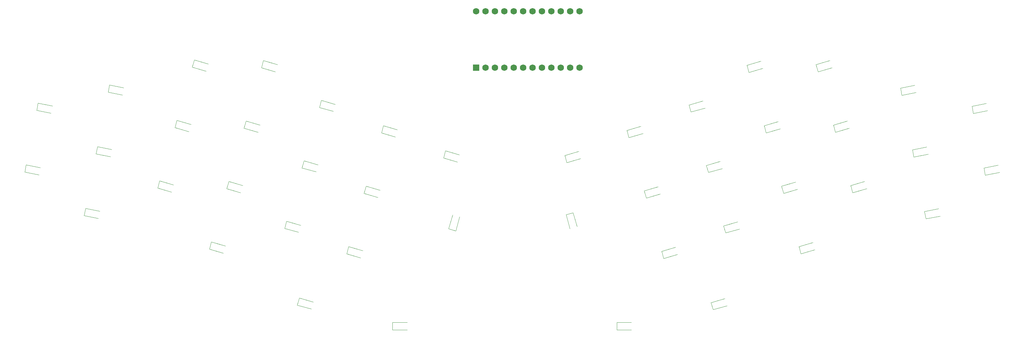
<source format=gbo>
%TF.GenerationSoftware,KiCad,Pcbnew,(6.0.7-1)-1*%
%TF.CreationDate,2022-08-01T14:13:19+02:00*%
%TF.ProjectId,green60-test3,67726565-6e36-4302-9d74-657374332e6b,v1.0.0*%
%TF.SameCoordinates,Original*%
%TF.FileFunction,Legend,Bot*%
%TF.FilePolarity,Positive*%
%FSLAX46Y46*%
G04 Gerber Fmt 4.6, Leading zero omitted, Abs format (unit mm)*
G04 Created by KiCad (PCBNEW (6.0.7-1)-1) date 2022-08-01 14:13:19*
%MOMM*%
%LPD*%
G01*
G04 APERTURE LIST*
%ADD10C,0.120000*%
%ADD11R,1.752600X1.752600*%
%ADD12C,1.752600*%
G04 APERTURE END LIST*
D10*
%TO.C,S28*%
X249795384Y-67803148D02*
X249244110Y-65880624D01*
X249795384Y-67803148D02*
X253544305Y-66728162D01*
X249244110Y-65880624D02*
X252993030Y-64805639D01*
%TO.C,S44*%
X186126324Y-104867484D02*
X190026324Y-104867484D01*
X186126324Y-102867484D02*
X190026324Y-102867484D01*
X186126324Y-104867484D02*
X186126324Y-102867484D01*
%TO.C,S35*%
X215465600Y-78687355D02*
X214914326Y-76764831D01*
X214914326Y-76764831D02*
X218663246Y-75689846D01*
X215465600Y-78687355D02*
X219214521Y-77612369D01*
%TO.C,S22*%
X125508921Y-102867484D02*
X129408921Y-102867484D01*
X125508921Y-104867484D02*
X125508921Y-102867484D01*
X125508921Y-104867484D02*
X129408921Y-104867484D01*
%TO.C,S10*%
X80695080Y-66717944D02*
X84444001Y-67792929D01*
X80695080Y-66717944D02*
X81246355Y-64795420D01*
X81246355Y-64795420D02*
X84995275Y-65870406D01*
%TO.C,S43*%
X212051355Y-99432063D02*
X211500081Y-97509539D01*
X211500081Y-97509539D02*
X215249001Y-96434554D01*
X212051355Y-99432063D02*
X215800276Y-98357077D01*
%TO.C,S33*%
X226428652Y-51616863D02*
X225877378Y-49694339D01*
X225877378Y-49694339D02*
X229626298Y-48619354D01*
X226428652Y-51616863D02*
X230177573Y-50541877D01*
%TO.C,S6*%
X62014183Y-66562780D02*
X65763104Y-67637765D01*
X62014183Y-66562780D02*
X62565458Y-64640256D01*
X62565458Y-64640256D02*
X66314378Y-65715242D01*
%TO.C,S30*%
X240423714Y-35120251D02*
X244172635Y-34045265D01*
X239872440Y-33197727D02*
X243621360Y-32122742D01*
X240423714Y-35120251D02*
X239872440Y-33197727D01*
%TO.C,S5*%
X49031422Y-38675275D02*
X52859768Y-39419430D01*
X48649804Y-40638529D02*
X49031422Y-38675275D01*
X48649804Y-40638529D02*
X52478150Y-41382684D01*
%TO.C,S14*%
X101029802Y-61105538D02*
X104778723Y-62180523D01*
X101029802Y-61105538D02*
X101581077Y-59183014D01*
X101581077Y-59183014D02*
X105329997Y-60258000D01*
%TO.C,S11*%
X85380915Y-50376495D02*
X85932190Y-48453971D01*
X85932190Y-48453971D02*
X89681110Y-49528957D01*
X85380915Y-50376495D02*
X89129836Y-51451480D01*
%TO.C,S42*%
X172563495Y-59676323D02*
X176312416Y-58601337D01*
X172563495Y-59676323D02*
X172012221Y-57753799D01*
X172012221Y-57753799D02*
X175761141Y-56678814D01*
%TO.C,S7*%
X66700018Y-50221331D02*
X67251293Y-48298807D01*
X66700018Y-50221331D02*
X70448939Y-51296316D01*
X67251293Y-48298807D02*
X71000213Y-49373793D01*
%TO.C,S25*%
X269555625Y-74872494D02*
X269174007Y-72909239D01*
X269174007Y-72909239D02*
X273002353Y-72165084D01*
X269555625Y-74872494D02*
X273383971Y-74128339D01*
%TO.C,S19*%
X142551451Y-78109146D02*
X143626436Y-74360225D01*
X140628927Y-77557871D02*
X141703913Y-73808951D01*
X142551451Y-78109146D02*
X140628927Y-77557871D01*
%TO.C,S15*%
X105715637Y-44764089D02*
X106266912Y-42841565D01*
X105715637Y-44764089D02*
X109464558Y-45839074D01*
X106266912Y-42841565D02*
X110015832Y-43916551D01*
%TO.C,S17*%
X117781237Y-67989534D02*
X118332512Y-66067010D01*
X118332512Y-66067010D02*
X122081432Y-67141996D01*
X117781237Y-67989534D02*
X121530158Y-69064519D01*
%TO.C,S16*%
X113095402Y-84330983D02*
X113646677Y-82408459D01*
X113095402Y-84330983D02*
X116844323Y-85405968D01*
X113646677Y-82408459D02*
X117395597Y-83483445D01*
%TO.C,S1*%
X26114885Y-62235460D02*
X26496503Y-60272206D01*
X26496503Y-60272206D02*
X30324849Y-61016361D01*
X26114885Y-62235460D02*
X29943231Y-62979615D01*
%TO.C,S39*%
X193477056Y-67307378D02*
X197225976Y-66232393D01*
X194028330Y-69229902D02*
X197777251Y-68154916D01*
X194028330Y-69229902D02*
X193477056Y-67307378D01*
%TO.C,S24*%
X282359285Y-46406439D02*
X281977667Y-44443184D01*
X282359285Y-46406439D02*
X286187631Y-45662284D01*
X281977667Y-44443184D02*
X285806013Y-43699029D01*
%TO.C,S2*%
X29358638Y-45547798D02*
X29740256Y-43584544D01*
X29740256Y-43584544D02*
X33568602Y-44328699D01*
X29358638Y-45547798D02*
X33186984Y-46291953D01*
%TO.C,S29*%
X245109549Y-51461699D02*
X244558275Y-49539175D01*
X244558275Y-49539175D02*
X248307195Y-48464190D01*
X245109549Y-51461699D02*
X248858470Y-50386713D01*
%TO.C,S31*%
X235800322Y-84299761D02*
X235249048Y-82377237D01*
X235249048Y-82377237D02*
X238997968Y-81302252D01*
X235800322Y-84299761D02*
X239549243Y-83224775D01*
%TO.C,S18*%
X123018348Y-49725561D02*
X126767268Y-50800547D01*
X122467073Y-51648085D02*
X126215994Y-52723070D01*
X122467073Y-51648085D02*
X123018348Y-49725561D01*
%TO.C,S32*%
X231114487Y-67958312D02*
X230563213Y-66035788D01*
X231114487Y-67958312D02*
X234863408Y-66883326D01*
X230563213Y-66035788D02*
X234312133Y-64960803D01*
%TO.C,S4*%
X45787669Y-55362937D02*
X49616015Y-56107092D01*
X45406051Y-57326191D02*
X45787669Y-55362937D01*
X45406051Y-57326191D02*
X49234397Y-58070346D01*
%TO.C,S20*%
X139246072Y-58435955D02*
X142994993Y-59510940D01*
X139246072Y-58435955D02*
X139797347Y-56513431D01*
X139797347Y-56513431D02*
X143546267Y-57588417D01*
%TO.C,S21*%
X99758212Y-98191695D02*
X103507133Y-99266680D01*
X100309487Y-96269171D02*
X104058407Y-97344157D01*
X99758212Y-98191695D02*
X100309487Y-96269171D01*
%TO.C,S41*%
X172343427Y-73783468D02*
X174265951Y-73232194D01*
X174265951Y-73232194D02*
X175340936Y-76981114D01*
X172343427Y-73783468D02*
X173418413Y-77532389D01*
%TO.C,S40*%
X189342495Y-52888453D02*
X188791221Y-50965929D01*
X188791221Y-50965929D02*
X192540141Y-49890944D01*
X189342495Y-52888453D02*
X193091416Y-51813467D01*
%TO.C,S23*%
X285603038Y-63094101D02*
X285221420Y-61130846D01*
X285603038Y-63094101D02*
X289431384Y-62349946D01*
X285221420Y-61130846D02*
X289049766Y-60386691D01*
%TO.C,S38*%
X198714165Y-85571351D02*
X198162891Y-83648827D01*
X198714165Y-85571351D02*
X202463086Y-84496365D01*
X198162891Y-83648827D02*
X201911811Y-82573842D01*
%TO.C,S13*%
X96895242Y-75524463D02*
X100644162Y-76599449D01*
X96343967Y-77446987D02*
X96895242Y-75524463D01*
X96343967Y-77446987D02*
X100092888Y-78521972D01*
%TO.C,S26*%
X265930254Y-56221577D02*
X269758600Y-55477422D01*
X266311872Y-58184832D02*
X270140218Y-57440677D01*
X266311872Y-58184832D02*
X265930254Y-56221577D01*
%TO.C,S37*%
X206093930Y-46004457D02*
X209842851Y-44929471D01*
X206093930Y-46004457D02*
X205542656Y-44081933D01*
X205542656Y-44081933D02*
X209291576Y-43006948D01*
%TO.C,S27*%
X263068119Y-41497170D02*
X262686501Y-39533915D01*
X262686501Y-39533915D02*
X266514847Y-38789760D01*
X263068119Y-41497170D02*
X266896465Y-40753015D01*
%TO.C,S34*%
X221191543Y-33352891D02*
X224940463Y-32277906D01*
X221742817Y-35275415D02*
X225491738Y-34200429D01*
X221742817Y-35275415D02*
X221191543Y-33352891D01*
%TO.C,S9*%
X76009245Y-83059393D02*
X76560520Y-81136869D01*
X76009245Y-83059393D02*
X79758166Y-84134378D01*
X76560520Y-81136869D02*
X80309440Y-82211855D01*
%TO.C,S3*%
X42543916Y-72050599D02*
X46372262Y-72794754D01*
X42162298Y-74013853D02*
X42543916Y-72050599D01*
X42162298Y-74013853D02*
X45990644Y-74758008D01*
%TO.C,S36*%
X210779765Y-62345906D02*
X210228491Y-60423382D01*
X210779765Y-62345906D02*
X214528686Y-61270920D01*
X210228491Y-60423382D02*
X213977411Y-59348397D01*
%TO.C,S12*%
X90066750Y-34035047D02*
X93815671Y-35110032D01*
X90066750Y-34035047D02*
X90618025Y-32112523D01*
X90618025Y-32112523D02*
X94366945Y-33187509D01*
%TO.C,S8*%
X71385853Y-33879883D02*
X71937128Y-31957359D01*
X71385853Y-33879883D02*
X75134774Y-34954868D01*
X71937128Y-31957359D02*
X75686048Y-33032345D01*
%TD*%
D11*
%TO.C,MCU1*%
X148065183Y-34051448D03*
D12*
X150605183Y-34051448D03*
X153145183Y-34051448D03*
X155685183Y-34051448D03*
X158225183Y-34051448D03*
X160765183Y-34051448D03*
X163305183Y-34051448D03*
X165845183Y-34051448D03*
X168385183Y-34051448D03*
X170925183Y-34051448D03*
X173465183Y-34051448D03*
X176005183Y-34051448D03*
X148065183Y-18811448D03*
X150605183Y-18811448D03*
X153145183Y-18811448D03*
X155685183Y-18811448D03*
X158225183Y-18811448D03*
X160765183Y-18811448D03*
X163305183Y-18811448D03*
X165845183Y-18811448D03*
X168385183Y-18811448D03*
X170925183Y-18811448D03*
X173465183Y-18811448D03*
X176005183Y-18811448D03*
%TD*%
M02*

</source>
